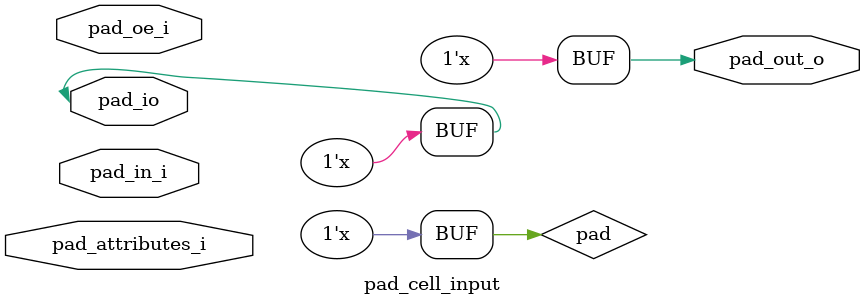
<source format=sv>


module pad_cell_input #(
  parameter int unsigned PAD_ATTR = 16
) (
  input logic pad_in_i, // pad input value
  input logic pad_oe_i, // pad output enable
  output logic pad_out_o, // pad output value
  input logic pad_io, // pad value
  input logic [PAD_ATTR-1:0] pad_attributes_i // pad attributes
);
  // INTERNAL SIGNALS
  logic pad;

  // --------------
  // INTERNAL LOGIC
  // --------------
  assign pad_out_o = pad_io;
  assign pad_io = pad;
  assign pad = 1'bz;

  // ----------
  // ASSERTIONS
  // ----------
  `ifndef SYNTHESIS
  `include "assertions/pad_cell_input_sva.svh"
  `endif // SYNTHESIS
endmodule

</source>
